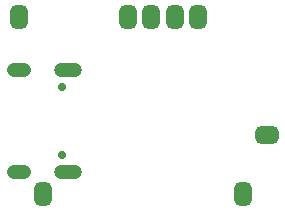
<source format=gbr>
%TF.GenerationSoftware,KiCad,Pcbnew,8.0.0-rc2-74-g5f063dd458*%
%TF.CreationDate,2024-01-29T02:35:24+02:00*%
%TF.ProjectId,SamoProg,53616d6f-5072-46f6-972e-6b696361645f,rev?*%
%TF.SameCoordinates,Original*%
%TF.FileFunction,Soldermask,Bot*%
%TF.FilePolarity,Negative*%
%FSLAX46Y46*%
G04 Gerber Fmt 4.6, Leading zero omitted, Abs format (unit mm)*
G04 Created by KiCad (PCBNEW 8.0.0-rc2-74-g5f063dd458) date 2024-01-29 02:35:24*
%MOMM*%
%LPD*%
G01*
G04 APERTURE LIST*
G04 Aperture macros list*
%AMRoundRect*
0 Rectangle with rounded corners*
0 $1 Rounding radius*
0 $2 $3 $4 $5 $6 $7 $8 $9 X,Y pos of 4 corners*
0 Add a 4 corners polygon primitive as box body*
4,1,4,$2,$3,$4,$5,$6,$7,$8,$9,$2,$3,0*
0 Add four circle primitives for the rounded corners*
1,1,$1+$1,$2,$3*
1,1,$1+$1,$4,$5*
1,1,$1+$1,$6,$7*
1,1,$1+$1,$8,$9*
0 Add four rect primitives between the rounded corners*
20,1,$1+$1,$2,$3,$4,$5,0*
20,1,$1+$1,$4,$5,$6,$7,0*
20,1,$1+$1,$6,$7,$8,$9,0*
20,1,$1+$1,$8,$9,$2,$3,0*%
G04 Aperture macros list end*
%ADD10RoundRect,0.500000X0.250000X-0.500000X0.250000X0.500000X-0.250000X0.500000X-0.250000X-0.500000X0*%
%ADD11C,0.700000*%
%ADD12O,2.054000X1.254000*%
%ADD13O,2.354000X1.254000*%
%ADD14RoundRect,0.500000X-0.250000X0.500000X-0.250000X-0.500000X0.250000X-0.500000X0.250000X0.500000X0*%
%ADD15RoundRect,0.500000X-0.500000X-0.250000X0.500000X-0.250000X0.500000X0.250000X-0.500000X0.250000X0*%
G04 APERTURE END LIST*
D10*
%TO.C,SWDIO*%
X141400000Y-31800000D03*
%TD*%
D11*
%TO.C,J1*%
X131850000Y-37710000D03*
X131850000Y-43490000D03*
D12*
X128200000Y-36280000D03*
X128200000Y-44920000D03*
D13*
X132350000Y-36280000D03*
X132350000Y-44920000D03*
%TD*%
D10*
%TO.C,TX*%
X139400000Y-31800000D03*
%TD*%
%TO.C,SWDCK*%
X143400000Y-31800000D03*
%TD*%
D14*
%TO.C,RES*%
X147200000Y-46800000D03*
%TD*%
D15*
%TO.C,VCC*%
X149200000Y-41800000D03*
%TD*%
D10*
%TO.C,RX*%
X137400000Y-31800000D03*
%TD*%
D14*
%TO.C,GND*%
X130200000Y-46800000D03*
%TD*%
D10*
%TO.C,+5V*%
X128200000Y-31800000D03*
%TD*%
M02*

</source>
